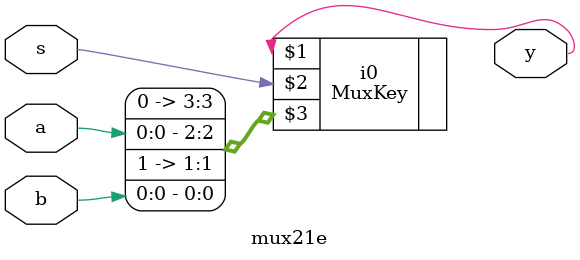
<source format=v>
module mux21e(a,b,s,y);
  input   a,b,s;
  output  y;

  // 通过MuxKey实现如下always代码
  // always @(*) begin
  //  case (s)
  //    1'b0: y = a;
  //    1'b1: y = b;
  //  endcase
  // end
  
  MuxKey #(2, 1, 1) i0 (y, s, {
    1'b0, a,
    1'b1, b
  });
endmodule

</source>
